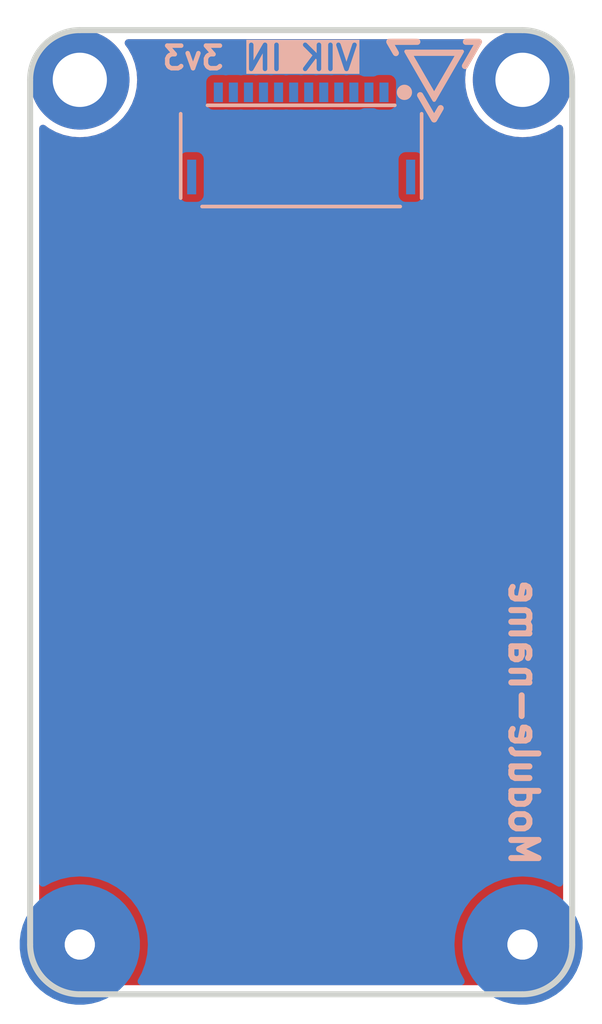
<source format=kicad_pcb>
(kicad_pcb (version 20221018) (generator pcbnew)
  (layers (0 "F.Cu" signal) (31 "B.Cu" signal) (34 "B.Paste" user) (35 "F.Paste" user) (36 "B.SilkS" user "B.Silkscreen") (37 "F.SilkS" user "F.Silkscreen") (38 "B.Mask" user) (39 "F.Mask" user) (44 "Edge.Cuts" user))
  (net 0 "")
  (net 1 "+3V3")
  (net 2 "GND")
  (net 6 "+5V")
  (footprint "0_project:Module" (layer "F.Cu") (at 150 100)
    (fp_text reference "G1" hide)
    (fp_text value "Module outline" hide)
    (fp_line (start -9 -14.35) (end -9 14.35) (stroke (width 0.2)) (layer "Edge.Cuts"))
    (fp_line (start -7.35 16) (end 7.35 16) (stroke (width 0.2)) (layer "Edge.Cuts"))
    (fp_line (start 7.35 -16) (end -7.35 -16) (stroke (width 0.2)) (layer "Edge.Cuts"))
    (fp_line (start 9 14.35) (end 9 -14.35) (stroke (width 0.2)) (layer "Edge.Cuts"))
    (fp_arc (start -9 -14.35) (mid -8.516726 -15.516726) (end -7.35 -16) (stroke (width 0.2)) (layer "Edge.Cuts"))
    (fp_arc (start -7.35 16) (mid -8.516726 15.516726) (end -9 14.35) (stroke (width 0.2)) (layer "Edge.Cuts"))
    (fp_arc (start 7.35 -16) (mid 8.516726 -15.516726) (end 9 -14.35) (stroke (width 0.2)) (layer "Edge.Cuts"))
    (fp_arc (start 9 14.35) (mid 8.516726 15.516726) (end 7.35 16) (stroke (width 0.2)) (layer "Edge.Cuts"))
    (pad "1" thru_hole circle locked (at -7.35 -14.35) (size 3.3 3.3) (drill 1.8) (layers "*.Cu" "*.Mask"))
    (pad "1" thru_hole circle locked (at 7.35 -14.35) (size 3.3 3.3) (drill 1.8) (layers "*.Cu" "*.Mask"))
  )
  (footprint "0_project:vik-module-connector" (layer "B.Cu") (at 150 88.175 180)
    (fp_text reference "J1" hide)
    (fp_text value "~" hide)
    (fp_text user "3v3" (at 3.59 3.25 unlocked) (layer "B.SilkS") (effects (font (size 0.75 0.75)) (justify mirror)))
    (fp_text user "VIK IN" (at 0 3.25 unlocked) (layer "B.SilkS" knockout) (effects (font (size 0.8 0.8)) (justify mirror)))
    (fp_line (start -4 -1.4) (end -4 1.4) (stroke (width 0.12)) (layer "B.SilkS"))
    (fp_line (start -3.29 -1.68) (end 3.29 -1.68) (stroke (width 0.12)) (layer "B.SilkS"))
    (fp_line (start -3.11 1.68) (end 3.11 1.68) (stroke (width 0.12)) (layer "B.SilkS"))
    (fp_line (start 4 1.4) (end 4 -1.4) (stroke (width 0.12)) (layer "B.SilkS"))
    (fp_circle (center -3.429 2.11) (end -3.302 2.11) (stroke (width 0.254)) (fill none) (layer "B.SilkS"))
    (fp_poly (pts (xy -3.933655 2.116682) (xy -3.916667 2.112317) (xy -3.901034 2.10484) (xy -3.886362 2.094088) (xy -3.879832 2.088003) (xy -3.871834 2.079522) (xy -3.865923 2.071887) (xy -3.861255 2.063962) (xy -3.859935 2.061284) (xy -3.854007 2.046119) (xy -3.850074 2.030249) (xy -3.848476 2.015089) (xy -3.848458 2.013648) (xy -3.849071 2.005509) (xy -3.850741 1.995686) (xy -3.853149 1.985557) (xy -3.855979 1.976501) (xy -3.858286 1.971044) (xy -3.859671 1.968531) (xy -3.862731 1.963127) (xy -3.867375 1.954988) (xy -3.873513 1.944269) (xy -3.881055 1.931126) (xy -3.889912 1.915715) (xy -3.899993 1.898191) (xy -3.911209 1.87871) (xy -3.923469 1.857427) (xy -3.936684 1.834498) (xy -3.950764 1.810079) (xy -3.965619 1.784325) (xy -3.981159 1.757392) (xy -3.997294 1.729435) (xy -4.013933 1.70061) (xy -4.030988 1.671073) (xy -4.048369 1.640979) (xy -4.065984 1.610484) (xy -4.083745 1.579743) (xy -4.101562 1.548912) (xy -4.119344 1.518147) (xy -4.137002 1.487603) (xy -4.154446 1.457436) (xy -4.171585 1.427801) (xy -4.18833 1.398854) (xy -4.204591 1.370751) (xy -4.220279 1.343647) (xy -4.235302 1.317698) (xy -4.249571 1.29306) (xy -4.262997 1.269887) (xy -4.275489 1.248336) (xy -4.286958 1.228562) (xy -4.297313 1.210721) (xy -4.306465 1.194969) (xy -4.314323 1.181461) (xy -4.320799 1.170352) (xy -4.3258 1.161798) (xy -4.329239 1.155955) (xy -4.331025 1.152979) (xy -4.331208 1.152694) (xy -4.336379 1.145942) (xy -4.342729 1.138874) (xy -4.347292 1.134468) (xy -4.355769 1.128101) (xy -4.366302 1.121842) (xy -4.377615 1.116335) (xy -4.388432 1.112227) (xy -4.39429 1.110675) (xy -4.404352 1.109358) (xy -4.416099 1.108968) (xy -4.427942 1.109484) (xy -4.438293 1.110883) (xy -4.440221 1.11131) (xy -4.455672 1.116611) (xy -4.470699 1.12467) (xy -4.484427 1.134885) (xy -4.49598 1.146656) (xy -4.500504 1.152694) (xy -4.502219 1.155455) (xy -4.505561 1.161048) (xy -4.510395 1.16924) (xy -4.516588 1.179799) (xy -4.524004 1.192491) (xy -4.532509 1.207083) (xy -4.541968 1.223342) (xy -4.552247 1.241036) (xy -4.56321 1.259931) (xy -4.574724 1.279795) (xy -4.586653 1.300394) (xy -4.598863 1.321496) (xy -4.61122 1.342868) (xy -4.623589 1.364276) (xy -4.635834 1.385488) (xy -4.647822 1.406271) (xy -4.659418 1.426392) (xy -4.670487 1.445618) (xy -4.680895 1.463715) (xy -4.690507 1.480452) (xy -4.699188 1.495594) (xy -4.706804 1.50891) (xy -4.71322 1.520166) (xy -4.718302 1.529129) (xy -4.721914 1.535566) (xy -4.723923 1.539244) (xy -4.724103 1.539593) (xy -4.730212 1.5554) (xy -4.733561 1.572632) (xy -4.734086 1.590429) (xy -4.731725 1.60793) (xy -4.729642 1.615681) (xy -4.722424 1.632805) (xy -4.712266 1.648314) (xy -4.699534 1.66185) (xy -4.684594 1.67305) (xy -4.667812 1.681554) (xy -4.659951 1.684346) (xy -4.654098 1.685723) (xy -4.646325 1.686975) (xy -4.638245 1.687844) (xy -4.637703 1.687884) (xy -4.618939 1.687512) (xy -4.600866 1.683752) (xy -4.583826 1.676735) (xy -4.568164 1.666591) (xy -4.558238 1.657733) (xy -4.555761 1.655158) (xy -4.55333 1.65243) (xy -4.550803 1.649316) (xy -4.548035 1.645587) (xy -4.544885 1.641008) (xy -4.541208 1.635349) (xy -4.536861 1.628377) (xy -4.531701 1.619862) (xy -4.525585 1.60957) (xy -4.51837 1.59727) (xy -4.509912 1.58273) (xy -4.500068 1.565718) (xy -4.488695 1.546002) (xy -4.481401 1.533339) (xy -4.470896 1.515137) (xy -4.460886 1.497868) (xy -4.451512 1.481773) (xy -4.442914 1.46709) (xy -4.435235 1.454058) (xy -4.428616 1.442917) (xy -4.423199 1.433905) (xy -4.419125 1.427262) (xy -4.416534 1.423228) (xy -4.415583 1.422025) (xy -4.414574 1.423581) (xy -4.411881 1.428058) (xy -4.407587 1.435316) (xy -4.401774 1.445212) (xy -4.394524 1.457607) (xy -4.385918 1.472357) (xy -4.37604 1.489322) (xy -4.364972 1.508361) (xy -4.352794 1.529332) (xy -4.33959 1.552093) (xy -4.325441 1.576504) (xy -4.310431 1.602423) (xy -4.294639 1.629709) (xy -4.27815 1.658219) (xy -4.261044 1.687814) (xy -4.243405 1.718351) (xy -4.227442 1.746001) (xy -4.209318 1.777391) (xy -4.191608 1.808037) (xy -4.174398 1.837794) (xy -4.157773 1.866514) (xy -4.141818 1.894052) (xy -4.126619 1.92026) (xy -4.112261 1.944992) (xy -4.09883 1.968101) (xy -4.086409 1.989442) (xy -4.075086 2.008867) (xy -4.064944 2.026229) (xy -4.05607 2.041383) (xy -4.048549 2.054181) (xy -4.042465 2.064478) (xy -4.037905 2.072126) (xy -4.034954 2.076979) (xy -4.033786 2.07878) (xy -4.021814 2.091896) (xy -4.007525 2.102607) (xy -3.991384 2.110687) (xy -3.973854 2.115913) (xy -3.955402 2.118059) (xy -3.952395 2.118101)) (fill solid) (layer "B.SilkS"))
    (fp_poly (pts (xy -3.179019 3.891064) (xy -3.145559 3.891054) (xy -3.114872 3.891031) (xy -3.086832 3.890993) (xy -3.061311 3.890937) (xy -3.038182 3.89086) (xy -3.017318 3.890758) (xy -2.998593 3.890629) (xy -2.981878 3.890469) (xy -2.967048 3.890275) (xy -2.953975 3.890045) (xy -2.942531 3.889775) (xy -2.932591 3.889461) (xy -2.924027 3.889102) (xy -2.916711 3.888693) (xy -2.910518 3.888232) (xy -2.90532 3.887716) (xy -2.900989 3.887141) (xy -2.8974 3.886504) (xy -2.894424 3.885802) (xy -2.891935 3.885033) (xy -2.889806 3.884193) (xy -2.88791 3.883279) (xy -2.886119 3.882287) (xy -2.884307 3.881216) (xy -2.882347 3.880061) (xy -2.880112 3.878819) (xy -2.879546 3.878521) (xy -2.864495 3.868738) (xy -2.851413 3.856237) (xy -2.840614 3.841422) (xy -2.832408 3.824697) (xy -2.828424 3.812266) (xy -2.825462 3.794005) (xy -2.825969 3.775828) (xy -2.829961 3.757623) (xy -2.837457 3.739273) (xy -2.839804 3.73479) (xy -2.841691 3.731419) (xy -2.845226 3.725195) (xy -2.850291 3.716325) (xy -2.856765 3.705017) (xy -2.864529 3.691481) (xy -2.873463 3.675923) (xy -2.883447 3.658552) (xy -2.894363 3.639576) (xy -2.906091 3.619203) (xy -2.91851 3.59764) (xy -2.931502 3.575097) (xy -2.944946 3.551781) (xy -2.952641 3.538444) (xy -2.968511 3.510943) (xy -2.982722 3.486332) (xy -2.995381 3.464436) (xy -3.006593 3.44508) (xy -3.016463 3.428091) (xy -3.025097 3.413293) (xy -3.032601 3.400512) (xy -3.039079 3.389574) (xy -3.044638 3.380304) (xy -3.049382 3.372527) (xy -3.053418 3.366069) (xy -3.056852 3.360756) (xy -3.059787 3.356413) (xy -3.062331 3.352865) (xy -3.064588 3.349938) (xy -3.066664 3.347458) (xy -3.068665 3.34525) (xy -3.070695 3.343139) (xy -3.070795 3.343038) (xy -3.079863 3.33459) (xy -3.088787 3.327694) (xy -3.094834 3.323992) (xy -3.110236 3.317522) (xy -3.126839 3.31333) (xy -3.143617 3.311577) (xy -3.159543 3.312428) (xy -3.163446 3.313101) (xy -3.181092 3.318394) (xy -3.197455 3.326734) (xy -3.212151 3.337752) (xy -3.224799 3.351076) (xy -3.235014 3.366336) (xy -3.242413 3.383161) (xy -3.244909 3.391925) (xy -3.246922 3.406137) (xy -3.246874 3.421679) (xy -3.244846 3.437068) (xy -3.241846 3.448291) (xy -3.240022 3.452484) (xy -3.236456 3.459582) (xy -3.231219 3.469457) (xy -3.224382 3.481981) (xy -3.216018 3.497023) (xy -3.206197 3.514456) (xy -3.19499 3.53415) (xy -3.18247 3.555977) (xy -3.173558 3.571426) (xy -3.163082 3.589563) (xy -3.153139 3.606804) (xy -3.143869 3.622905) (xy -3.135412 3.637623) (xy -3.127907 3.650713) (xy -3.121493 3.661933) (xy -3.11631 3.671039) (xy -3.112498 3.677786) (xy -3.110197 3.681931) (xy -3.109531 3.683233) (xy -3.111272 3.683333) (xy -3.116386 3.683431) (xy -3.124712 3.683526) (xy -3.136088 3.683617) (xy -3.150352 3.683704) (xy -3.167341 3.683787) (xy -3.186896 3.683865) (xy -3.208852 3.683937) (xy -3.23305 3.684004) (xy -3.259326 3.684065) (xy -3.287519 3.684119) (xy -3.317467 3.684166) (xy -3.349008 3.684205) (xy -3.381981 3.684237) (xy -3.416223 3.68426) (xy -3.451573 3.684274) (xy -3.487493 3.684278) (xy -3.536475 3.684286) (xy -3.581966 3.684308) (xy -3.624007 3.684346) (xy -3.662642 3.684399) (xy -3.697914 3.684468) (xy -3.729866 3.684553) (xy -3.758541 3.684654) (xy -3.783983 3.684772) (xy -3.806234 3.684905) (xy -3.825337 3.685056) (xy -3.841336 3.685224) (xy -3.854274 3.685408) (xy -3.864194 3.68561) (xy -3.871138 3.68583) (xy -3.87515 3.686068) (xy -3.875944 3.686168) (xy -3.890925 3.690419) (xy -3.905904 3.69754) (xy -3.919911 3.706999) (xy -3.92907 3.715184) (xy -3.941459 3.730092) (xy -3.950655 3.746315) (xy -3.956611 3.763547) (xy -3.959278 3.781488) (xy -3.958608 3.799833) (xy -3.954553 3.81828) (xy -3.948061 3.834532) (xy -3.941022 3.846143) (xy -3.931618 3.857625) (xy -3.920761 3.868052) (xy -3.909369 3.8765) (xy -3.903132 3.880003) (xy -3.900956 3.881115) (xy -3.899048 3.882151) (xy -3.897282 3.883113) (xy -3.895531 3.884003) (xy -3.893668 3.884824) (xy -3.891565 3.885579) (xy -3.889095 3.886271) (xy -3.886133 3.886903) (xy -3.88255 3.887476) (xy -3.878219 3.887995) (xy -3.873014 3.888462) (xy -3.866807 3.888879) (xy -3.859472 3.889249) (xy -3.850882 3.889575) (xy -3.840908 3.88986) (xy -3.829425 3.890106) (xy -3.816305 3.890317) (xy -3.801422 3.890495) (xy -3.784648 3.890642) (xy -3.765856 3.890762) (xy -3.744919 3.890856) (xy -3.72171 3.890929) (xy -3.696103 3.890983) (xy -3.667969 3.89102) (xy -3.637183 3.891043) (xy -3.603616 3.891055) (xy -3.567143 3.891059) (xy -3.527636 3.891057) (xy -3.484967 3.891053) (xy -3.43901 3.891048) (xy -3.392362 3.891046) (xy -3.343131 3.891049) (xy -3.297308 3.891055) (xy -3.254766 3.891062) (xy -3.215379 3.891066)) (fill solid) (layer "B.SilkS"))
    (fp_poly (pts (xy -5.734281 3.891052) (xy -5.701714 3.891047) (xy -5.687713 3.891046) (xy -5.65386 3.891049) (xy -5.623351 3.89105) (xy -5.595998 3.891042) (xy -5.571609 3.891018) (xy -5.549994 3.890969) (xy -5.530963 3.890888) (xy -5.514326 3.890765) (xy -5.499892 3.890594) (xy -5.487471 3.890367) (xy -5.476872 3.890074) (xy -5.467907 3.88971) (xy -5.460383 3.889264) (xy -5.454111 3.88873) (xy -5.4489 3.8881) (xy -5.444561 3.887365) (xy -5.440903 3.886518) (xy -5.437736 3.885551) (xy -5.434868 3.884455) (xy -5.432111 3.883223) (xy -5.429274 3.881846) (xy -5.426166 3.880317) (xy -5.425662 3.880073) (xy -5.414001 3.872985) (xy -5.402477 3.863368) (xy -5.392003 3.852144) (xy -5.383496 3.840232) (xy -5.380376 3.834532) (xy -5.373176 3.816117) (xy -5.369507 3.797631) (xy -5.369368 3.779137) (xy -5.37276 3.760699) (xy -5.379682 3.74238) (xy -5.380386 3.740926) (xy -5.389058 3.72696) (xy -5.400459 3.714181) (xy -5.41391 3.703106) (xy -5.428735 3.694248) (xy -5.444255 3.688123) (xy -5.452493 3.686168) (xy -5.456665 3.685756) (xy -5.464304 3.685393) (xy -5.475339 3.68508) (xy -5.489702 3.684816) (xy -5.507323 3.684604) (xy -5.528133 3.684444) (xy -5.552063 3.684337) (xy -5.579044 3.684284) (xy -5.592582 3.684278) (xy -5.613638 3.684264) (xy -5.633631 3.684224) (xy -5.652286 3.684159) (xy -5.669326 3.684073) (xy -5.684475 3.683967) (xy -5.697457 3.683843) (xy -5.707994 3.683704) (xy -5.715811 3.683552) (xy -5.720631 3.683389) (xy -5.722183 3.683227) (xy -5.721313 3.681617) (xy -5.718755 3.677088) (xy -5.714593 3.669782) (xy -5.708907 3.659841) (xy -5.70178 3.647407) (xy -5.693293 3.632622) (xy -5.683528 3.615628) (xy -5.672567 3.596568) (xy -5.660492 3.575584) (xy -5.647384 3.552817) (xy -5.633325 3.52841) (xy -5.618397 3.502504) (xy -5.602681 3.475243) (xy -5.58626 3.446768) (xy -5.569215 3.41722) (xy -5.551629 3.386743) (xy -5.536806 3.361065) (xy -5.518765 3.329808) (xy -5.50116 3.299298) (xy -5.484076 3.269679) (xy -5.467598 3.2411) (xy -5.451809 3.213707) (xy -5.436795 3.187647) (xy -5.422639 3.163066) (xy -5.409426 3.140112) (xy -5.39724 3.11893) (xy -5.386167 3.099669) (xy -5.37629 3.082474) (xy -5.367694 3.067492) (xy -5.360463 3.054871) (xy -5.354682 3.044756) (xy -5.350435 3.037295) (xy -5.347806 3.032634) (xy -5.346935 3.03104) (xy -5.340209 3.013883) (xy -5.3367 2.995877) (xy -5.33638 2.977556) (xy -5.339218 2.959456) (xy -5.345183 2.942113) (xy -5.352751 2.928273) (xy -5.363956 2.914277) (xy -5.377712 2.902175) (xy -5.393326 2.892463) (xy -5.410102 2.885637) (xy -5.413976 2.884547) (xy -5.423872 2.882816) (xy -5.435605 2.882011) (xy -5.447765 2.882134) (xy -5.45894 2.883185) (xy -5.465587 2.884518) (xy -5.481938 2.890386) (xy -5.496668 2.898909) (xy -5.510485 2.910504) (xy -5.511828 2.911832) (xy -5.51321 2.913234) (xy -5.514582 2.914689) (xy -5.51601 2.916308) (xy -5.517559 2.918203) (xy -5.519296 2.920487) (xy -5.521288 2.923272) (xy -5.523599 2.926669) (xy -5.526297 2.930791) (xy -5.529448 2.935751) (xy -5.533117 2.941659) (xy -5.537371 2.948629) (xy -5.542277 2.956773) (xy -5.547899 2.966201) (xy -5.554305 2.977028) (xy -5.561561 2.989364) (xy -5.569732 3.003322) (xy -5.578885 3.019015) (xy -5.589086 3.036553) (xy -5.600401 3.05605) (xy -5.612896 3.077617) (xy -5.626638 3.101366) (xy -5.641693 3.127411) (xy -5.658126 3.155862) (xy -5.676004 3.186832) (xy -5.695394 3.220432) (xy -5.716361 3.256777) (xy -5.738971 3.295976) (xy -5.759552 3.331659) (xy -5.77982 3.366805) (xy -5.799644 3.401185) (xy -5.818948 3.434669) (xy -5.837659 3.46713) (xy -5.855704 3.49844) (xy -5.873008 3.52847) (xy -5.889497 3.557093) (xy -5.905099 3.584179) (xy -5.919738 3.609601) (xy -5.933342 3.63323) (xy -5.945836 3.654939) (xy -5.957146 3.674599) (xy -5.967199 3.692082) (xy -5.975921 3.707259) (xy -5.983238 3.720002) (xy -5.989076 3.730184) (xy -5.993362 3.737676) (xy -5.996021 3.742349) (xy -5.996963 3.744041) (xy -6.00001 3.751659) (xy -6.002818 3.761435) (xy -6.005077 3.771991) (xy -6.006478 3.781948) (xy -6.006782 3.787688) (xy -6.005096 3.805237) (xy -6.000257 3.822409) (xy -5.992592 3.838661) (xy -5.982427 3.853449) (xy -5.97009 3.866228) (xy -5.955907 3.876456) (xy -5.952168 3.878521) (xy -5.948833 3.880289) (xy -5.945843 3.881883) (xy -5.943009 3.883312) (xy -5.94014 3.884585) (xy -5.937046 3.88571) (xy -5.933537 3.886697) (xy -5.929423 3.887555) (xy -5.924513 3.888293) (xy -5.918617 3.888919) (xy -5.911545 3.889444) (xy -5.903107 3.889875) (xy -5.893112 3.890222) (xy -5.88137 3.890494) (xy -5.86769 3.8907) (xy -5.851884 3.890849) (xy -5.833759 3.890949) (xy -5.813127 3.891011) (xy -5.789797 3.891043) (xy -5.763578 3.891053)) (fill solid) (layer "B.SilkS"))
    (fp_poly (pts (xy -3.459311 3.522106) (xy -3.452004 3.517909) (xy -3.445142 3.512918) (xy -3.440989 3.509061) (xy -3.432691 3.497426) (xy -3.427136 3.484283) (xy -3.424498 3.470362) (xy -3.424953 3.456396) (xy -3.426589 3.448946) (xy -3.427695 3.446662) (xy -3.430556 3.441351) (xy -3.435154 3.433045) (xy -3.441471 3.421775) (xy -3.449488 3.407573) (xy -3.459188 3.39047) (xy -3.470552 3.370499) (xy -3.483562 3.34769) (xy -3.4982 3.322076) (xy -3.514447 3.293687) (xy -3.532287 3.262556) (xy -3.5517 3.228715) (xy -3.572668 3.192194) (xy -3.595173 3.153026) (xy -3.619198 3.111242) (xy -3.644723 3.066873) (xy -3.671731 3.019952) (xy -3.700204 2.97051) (xy -3.730123 2.918578) (xy -3.761471 2.864189) (xy -3.794229 2.807374) (xy -3.828378 2.748163) (xy -3.863902 2.68659) (xy -3.896647 2.629849) (xy -3.93165 2.569206) (xy -3.96493 2.511554) (xy -3.996531 2.45682) (xy -4.026493 2.404931) (xy -4.05486 2.355815) (xy -4.081673 2.309398) (xy -4.106975 2.265609) (xy -4.130809 2.224375) (xy -4.153217 2.185622) (xy -4.17424 2.149278) (xy -4.193922 2.115271) (xy -4.212304 2.083527) (xy -4.22943 2.053975) (xy -4.24534 2.02654) (xy -4.260078 2.001152) (xy -4.273685 1.977736) (xy -4.286205 1.95622) (xy -4.297679 1.936532) (xy -4.30815 1.918599) (xy -4.31766 1.902347) (xy -4.326251 1.887705) (xy -4.333966 1.8746) (xy -4.340846 1.862959) (xy -4.346935 1.852708) (xy -4.352274 1.843777) (xy -4.356906 1.836091) (xy -4.360874 1.829579) (xy -4.364218 1.824167) (xy -4.366983 1.819782) (xy -4.369209 1.816353) (xy -4.37094 1.813806) (xy -4.372217 1.812068) (xy -4.373037 1.811114) (xy -4.384309 1.802215) (xy -4.397064 1.796336) (xy -4.410758 1.793602) (xy -4.424847 1.794137) (xy -4.435548 1.796829) (xy -4.444589 1.800579) (xy -4.452277 1.805258) (xy -4.459194 1.811417) (xy -4.465922 1.819607) (xy -4.473042 1.83038) (xy -4.475799 1.834973) (xy -4.477523 1.837931) (xy -4.480954 1.843845) (xy -4.48603 1.852611) (xy -4.492692 1.864124) (xy -4.500878 1.878278) (xy -4.510528 1.894969) (xy -4.521582 1.914091) (xy -4.533977 1.93554) (xy -4.547654 1.95921) (xy -4.562552 1.984996) (xy -4.578611 2.012794) (xy -4.595769 2.042497) (xy -4.613966 2.074001) (xy -4.633141 2.107202) (xy -4.653234 2.141993) (xy -4.674183 2.178269) (xy -4.695929 2.215927) (xy -4.71841 2.25486) (xy -4.741566 2.294963) (xy -4.765335 2.336132) (xy -4.789658 2.378261) (xy -4.814474 2.421245) (xy -4.839721 2.464979) (xy -4.854281 2.490201) (xy -4.880572 2.535746) (xy -4.906831 2.581232) (xy -4.932977 2.626525) (xy -4.958932 2.671486) (xy -4.984617 2.715981) (xy -5.009954 2.75987) (xy -5.034864 2.80302) (xy -5.059267 2.845292) (xy -5.083086 2.88655) (xy -5.10624 2.926659) (xy -5.128652 2.96548) (xy -5.150242 3.002878) (xy -5.170932 3.038716) (xy -5.190642 3.072857) (xy -5.209295 3.105166) (xy -5.22681 3.135505) (xy -5.24311 3.163737) (xy -5.258115 3.189727) (xy -5.271747 3.213338) (xy -5.283927 3.234433) (xy -5.294575 3.252876) (xy -5.303614 3.268529) (xy -5.310956 3.281244) (xy -5.32354 3.303073) (xy -5.332429 3.318548) (xy -5.092589 3.318548) (xy -5.091566 3.316634) (xy -5.088851 3.311805) (xy -5.08452 3.304188) (xy -5.078647 3.293911) (xy -5.071305 3.281102) (xy -5.062568 3.265889) (xy -5.05251 3.2484) (xy -5.041205 3.228762) (xy -5.028727 3.207103) (xy -5.015151 3.183551) (xy -5.000549 3.158234) (xy -4.984997 3.13128) (xy -4.968567 3.102816) (xy -4.951334 3.07297) (xy -4.933372 3.04187) (xy -4.914755 3.009645) (xy -4.895557 2.976421) (xy -4.875851 2.942326) (xy -4.855712 2.907489) (xy -4.835214 2.872037) (xy -4.81443 2.836098) (xy -4.793435 2.799799) (xy -4.772302 2.763269) (xy -4.751106 2.726636) (xy -4.72992 2.690026) (xy -4.708818 2.653569) (xy -4.687875 2.617391) (xy -4.667163 2.581621) (xy -4.646759 2.546386) (xy -4.626734 2.511814) (xy -4.607163 2.478034) (xy -4.588121 2.445172) (xy -4.56968 2.413357) (xy -4.551916 2.382716) (xy -4.534901 2.353378) (xy -4.518711 2.325469) (xy -4.503418 2.299119) (xy -4.489097 2.274454) (xy -4.475822 2.251602) (xy -4.463666 2.230692) (xy -4.452705 2.211851) (xy -4.44301 2.195207) (xy -4.434658 2.180887) (xy -4.427721 2.16902) (xy -4.422273 2.159733) (xy -4.418389 2.153155) (xy -4.416142 2.149412) (xy -4.415575 2.148543) (xy -4.414595 2.150093) (xy -4.411909 2.154599) (xy -4.407579 2.161959) (xy -4.401664 2.172065) (xy -4.394226 2.184814) (xy -4.385325 2.2001) (xy -4.375023 2.217818) (xy -4.36338 2.237863) (xy -4.350457 2.260131) (xy -4.336315 2.284516) (xy -4.321014 2.310914) (xy -4.304617 2.339218) (xy -4.287182 2.369325) (xy -4.268772 2.401129) (xy -4.249447 2.434525) (xy -4.229269 2.469408) (xy -4.208296 2.505673) (xy -4.186592 2.543216) (xy -4.164216 2.58193) (xy -4.141229 2.621712) (xy -4.117693 2.662456) (xy -4.093667 2.704057) (xy -4.076468 2.733845) (xy -4.05214 2.775984) (xy -4.028266 2.817341) (xy -4.004905 2.857812) (xy -3.982119 2.897292) (xy -3.959969 2.935674) (xy -3.938514 2.972854) (xy -3.917815 3.008728) (xy -3.897933 3.04319) (xy -3.878929 3.076135) (xy -3.860862 3.107458) (xy -3.843794 3.137054) (xy -3.827785 3.164819) (xy -3.812896 3.190646) (xy -3.799187 3.214431) (xy -3.786718 3.236069) (xy -3.775551 3.255455) (xy -3.765746 3.272484) (xy -3.757364 3.287051) (xy -3.750464 3.299051) (xy -3.745108 3.308378) (xy -3.741356 3.314928) (xy -3.739268 3.318596) (xy -3.73883 3.319393) (xy -3.740578 3.319447) (xy -3.74574 3.319499) (xy -3.754195 3.31955) (xy -3.765824 3.3196) (xy -3.780503 3.319648) (xy -3.798114 3.319695) (xy -3.818535 3.319741) (xy -3.841645 3.319784) (xy -3.867322 3.319826) (xy -3.895447 3.319865) (xy -3.925898 3.319903) (xy -3.958555 3.319938) (xy -3.993296 3.31997) (xy -4.03 3.32) (xy -4.068547 3.320028) (xy -4.108815 3.320052) (xy -4.150685 3.320074) (xy -4.194034 3.320092) (xy -4.238742 3.320107) (xy -4.284688 3.320119) (xy -4.331751 3.320128) (xy -4.379811 3.320132) (xy -4.416004 3.320133) (xy -4.470223 3.320129) (xy -4.522821 3.320117) (xy -4.573708 3.320097) (xy -4.62279 3.320069) (xy -4.669976 3.320034) (xy -4.715173 3.319992) (xy -4.758288 3.319943) (xy -4.79923 3.319887) (xy -4.837905 3.319825) (xy -4.874223 3.319756) (xy -4.908089 3.319681) (xy -4.939413 3.3196) (xy -4.968101 3.319514) (xy -4.994061 3.319422) (xy -5.017201 3.319324) (xy -5.037429 3.319222) (xy -5.054652 3.319115) (xy -5.068778 3.319004) (xy -5.079714 3.318888) (xy -5.087369 3.318767) (xy -5.091649 3.318643) (xy -5.092589 3.318548) (xy -5.332429 3.318548) (xy -5.335667 3.324186) (xy -5.347214 3.344363) (xy -5.358057 3.363387) (xy -5.368073 3.381037) (xy -5.377139 3.397094) (xy -5.38513 3.411338) (xy -5.391923 3.42355) (xy -5.397395 3.433511) (xy -5.401421 3.441001) (xy -5.403879 3.445801) (xy -5.404587 3.447407) (xy -5.407147 3.459976) (xy -5.40695 3.473405) (xy -5.404071 3.486441) (xy -5.401935 3.491812) (xy -5.394383 3.504465) (xy -5.384554 3.5145) (xy -5.372403 3.522106) (xy -5.36069 3.527837) (xy -4.415857 3.527837) (xy -3.471024 3.527837)) (fill solid) (layer "B.SilkS"))
    (pad "1" smd rect locked (at -2.75 2.11 180) (size 0.3 0.65) (layers "B.Cu" "B.Paste" "B.Mask") (net 1 "+3V3"))
    (pad "2" smd rect locked (at -2.25 2.11 180) (size 0.3 0.65) (layers "B.Cu" "B.Paste" "B.Mask") (net 2 "GND"))
    (pad "3" smd rect locked (at -1.75 2.11 180) (size 0.3 0.65) (layers "B.Cu" "B.Paste" "B.Mask"))
    (pad "4" smd rect locked (at -1.25 2.11 180) (size 0.3 0.65) (layers "B.Cu" "B.Paste" "B.Mask"))
    (pad "5" smd rect locked (at -0.75 2.11 180) (size 0.3 0.65) (layers "B.Cu" "B.Paste" "B.Mask"))
    (pad "6" smd rect locked (at -0.25 2.11 180) (size 0.3 0.65) (layers "B.Cu" "B.Paste" "B.Mask") (net 6 "+5V"))
    (pad "7" smd rect locked (at 0.25 2.11 180) (size 0.3 0.65) (layers "B.Cu" "B.Paste" "B.Mask"))
    (pad "8" smd rect locked (at 0.75 2.11 180) (size 0.3 0.65) (layers "B.Cu" "B.Paste" "B.Mask"))
    (pad "9" smd rect locked (at 1.25 2.11 180) (size 0.3 0.65) (layers "B.Cu" "B.Paste" "B.Mask"))
    (pad "10" smd rect locked (at 1.75 2.11 180) (size 0.3 0.65) (layers "B.Cu" "B.Paste" "B.Mask"))
    (pad "11" smd rect locked (at 2.25 2.11 180) (size 0.3 0.65) (layers "B.Cu" "B.Paste" "B.Mask"))
    (pad "12" smd rect locked (at 2.75 2.11 180) (size 0.3 0.65) (layers "B.Cu" "B.Paste" "B.Mask"))
    (pad "MP1" smd rect locked (at -3.635 -0.7 180) (size 0.3 1.15) (layers "B.Cu" "B.Paste" "B.Mask"))
    (pad "MP2" smd rect locked (at 3.635 -0.7 180) (size 0.3 1.15) (layers "B.Cu" "B.Paste" "B.Mask"))
  )
  (footprint "0_project:Mounting_Wuerth_WA-SMSI-M1.6_H6mm_ThreadDepth2mm_97730606332" (layer "B.Cu") (at 157.35 114.35 180)
    (fp_text reference "H1" hide)
    (fp_text value "MountingHole" hide)
    (pad "" np_thru_hole circle locked (at 0 0 180) (size 1 1) (drill 1) (layers "*.Cu" "*.Mask"))
    (pad "1" smd circle locked (at -1.25 0 180) (size 1.1 1.1) (layers "B.Cu"))
    (pad "1" smd circle locked (at 0 -1.25 180) (size 1.1 1.1) (layers "B.Cu"))
    (pad "1" smd circle locked (at 0 1.25 180) (size 1.1 1.1) (layers "B.Cu"))
    (pad "1" smd custom locked (at 1.25 0 180) (size 1.1 1.1) (layers "B.Cu" "B.Mask") (options (clearance outline) (anchor circle)) (primitives (gr_circle (center -1.25 0) (end 0 0) (width 1.5) (fill none))))
  )
  (footprint "0_project:Mounting_Wuerth_WA-SMSI-M1.6_H6mm_ThreadDepth2mm_97730606332" (layer "B.Cu") (at 142.65 114.35 180)
    (fp_text reference "H2" hide)
    (fp_text value "MountingHole" hide)
    (pad "" np_thru_hole circle locked (at 0 0 180) (size 1 1) (drill 1) (layers "*.Cu" "*.Mask"))
    (pad "1" smd circle locked (at -1.25 0 180) (size 1.1 1.1) (layers "B.Cu"))
    (pad "1" smd circle locked (at 0 -1.25 180) (size 1.1 1.1) (layers "B.Cu"))
    (pad "1" smd circle locked (at 0 1.25 180) (size 1.1 1.1) (layers "B.Cu"))
    (pad "1" smd custom locked (at 1.25 0 180) (size 1.1 1.1) (layers "B.Cu" "B.Mask") (options (clearance outline) (anchor circle)) (primitives (gr_circle (center -1.25 0) (end 0 0) (width 1.5) (fill none))))
  )
  (gr_text "Module-name" (at 157.385 111.825 270) (layer "B.SilkS") (effects (font (size 0.9 0.9) (thickness 0.2) bold) (justify left mirror)))
  (zone (net 2) (net_name "GND") (layers "F&B.Cu") (connect_pads (clearance 0.25)) (min_thickness 0.25) (fill yes (thermal_gap 0.2) (thermal_bridge_width 0.25))
    (polygon (pts (xy 140 83) (xy 140 117) (xy 160 117) (xy 160 83)))
  )
)
</source>
